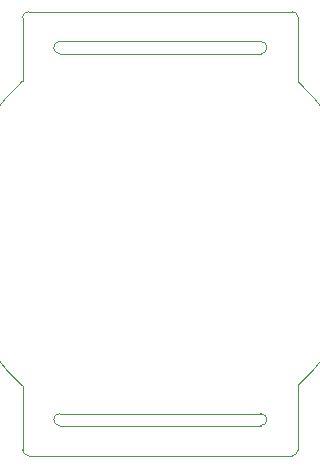
<source format=gbr>
G04 #@! TF.GenerationSoftware,KiCad,Pcbnew,5.99.0-unknown-r17001-43768b71*
G04 #@! TF.CreationDate,2019-11-05T19:13:08+01:00*
G04 #@! TF.ProjectId,ada-watch,6164612d-7761-4746-9368-2e6b69636164,rev?*
G04 #@! TF.SameCoordinates,Original*
G04 #@! TF.FileFunction,Profile,NP*
%FSLAX46Y46*%
G04 Gerber Fmt 4.6, Leading zero omitted, Abs format (unit mm)*
G04 Created by KiCad (PCBNEW 5.99.0-unknown-r17001-43768b71) date 2019-11-05 19:13:08*
%MOMM*%
%LPD*%
G04 APERTURE LIST*
%ADD10C,0.050000*%
G04 APERTURE END LIST*
D10*
X157353000Y-87868000D02*
G75*
G02X157353000Y-88916000I0J-524000D01*
G01*
X140335000Y-88916000D02*
G75*
G02X140335000Y-87868000I0J524000D01*
G01*
X157353000Y-119380000D02*
G75*
G02X157353000Y-120396000I0J-508000D01*
G01*
X140335000Y-120396000D02*
G75*
G02X140335000Y-119380000I0J508000D01*
G01*
X160511999Y-91287600D02*
G75*
G02X160511998Y-116992400I-11667999J-12852400D01*
G01*
X137176001Y-117043200D02*
G75*
G02X137176001Y-91236800I11667999J12903200D01*
G01*
X160512000Y-122428000D02*
G75*
G02X160004000Y-122936000I-508000J0D01*
G01*
X137684000Y-122936000D02*
G75*
G02X137176000Y-122428000I0J508000D01*
G01*
X137176000Y-85852000D02*
G75*
G02X137684000Y-85344000I508000J0D01*
G01*
X160004000Y-85344000D02*
G75*
G02X160512000Y-85852000I0J-508000D01*
G01*
X157353000Y-119380000D02*
X140335000Y-119380000D01*
X140335000Y-120396000D02*
X157353000Y-120396000D01*
X157353000Y-87868000D02*
X140335000Y-87868000D01*
X140335000Y-88916000D02*
X157353000Y-88916000D01*
X160512000Y-122428000D02*
X160511998Y-116992400D01*
X137684000Y-122936000D02*
X160004000Y-122936000D01*
X137176001Y-117043200D02*
X137176000Y-122428000D01*
X137176000Y-85852000D02*
X137176001Y-91236800D01*
X160004000Y-85344000D02*
X137684000Y-85344000D01*
X160511999Y-91287600D02*
X160512000Y-85852000D01*
M02*

</source>
